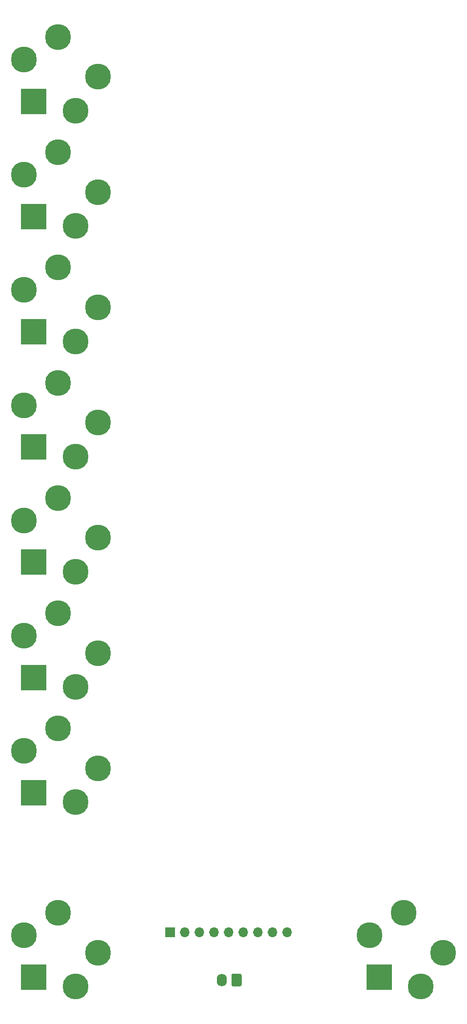
<source format=gbr>
%TF.GenerationSoftware,KiCad,Pcbnew,5.1.10-88a1d61d58~90~ubuntu20.04.1*%
%TF.CreationDate,2021-08-12T10:43:50-04:00*%
%TF.ProjectId,waveshaper,77617665-7368-4617-9065-722e6b696361,rev?*%
%TF.SameCoordinates,Original*%
%TF.FileFunction,Soldermask,Top*%
%TF.FilePolarity,Negative*%
%FSLAX46Y46*%
G04 Gerber Fmt 4.6, Leading zero omitted, Abs format (unit mm)*
G04 Created by KiCad (PCBNEW 5.1.10-88a1d61d58~90~ubuntu20.04.1) date 2021-08-12 10:43:50*
%MOMM*%
%LPD*%
G01*
G04 APERTURE LIST*
%ADD10C,4.500001*%
%ADD11C,4.500000*%
%ADD12R,4.500001X4.500001*%
%ADD13O,1.700000X1.700000*%
%ADD14R,1.700000X1.700000*%
%ADD15O,1.740000X2.200000*%
G04 APERTURE END LIST*
D10*
%TO.C,J15*%
X213500000Y-115400000D03*
D11*
X204600000Y-106500000D03*
D10*
X217400000Y-109500000D03*
D12*
X206260000Y-113740000D03*
D11*
X210500000Y-102600000D03*
%TD*%
D13*
%TO.C,J7*%
X250320000Y-178000000D03*
X247780000Y-178000000D03*
X245240000Y-178000000D03*
X242700000Y-178000000D03*
X240160000Y-178000000D03*
X237620000Y-178000000D03*
X235080000Y-178000000D03*
X232540000Y-178000000D03*
D14*
X230000000Y-178000000D03*
%TD*%
D15*
%TO.C,J4*%
X238960000Y-186250000D03*
G36*
G01*
X242370000Y-185399999D02*
X242370000Y-187100001D01*
G75*
G02*
X242120001Y-187350000I-249999J0D01*
G01*
X240879999Y-187350000D01*
G75*
G02*
X240630000Y-187100001I0J249999D01*
G01*
X240630000Y-185399999D01*
G75*
G02*
X240879999Y-185150000I249999J0D01*
G01*
X242120001Y-185150000D01*
G75*
G02*
X242370000Y-185399999I0J-249999D01*
G01*
G37*
%TD*%
D10*
%TO.C,J12*%
X213500000Y-75400000D03*
D11*
X204600000Y-66500000D03*
D10*
X217400000Y-69500000D03*
D12*
X206260000Y-73740000D03*
D11*
X210500000Y-62600000D03*
%TD*%
D10*
%TO.C,J10*%
X213500000Y-55400000D03*
D11*
X204600000Y-46500000D03*
D10*
X217400000Y-49500000D03*
D12*
X206260000Y-53740000D03*
D11*
X210500000Y-42600000D03*
%TD*%
D10*
%TO.C,J6*%
X213500000Y-35400000D03*
D11*
X204600000Y-26500000D03*
D10*
X217400000Y-29500000D03*
D12*
X206260000Y-33740000D03*
D11*
X210500000Y-22600000D03*
%TD*%
D10*
%TO.C,J3*%
X273500000Y-187400000D03*
D11*
X264600000Y-178500000D03*
D10*
X277400000Y-181500000D03*
D12*
X266260000Y-185740000D03*
D11*
X270500000Y-174600000D03*
%TD*%
D10*
%TO.C,J2*%
X213500000Y-187400000D03*
D11*
X204600000Y-178500000D03*
D10*
X217400000Y-181500000D03*
D12*
X206260000Y-185740000D03*
D11*
X210500000Y-174600000D03*
%TD*%
D10*
%TO.C,J16*%
X213500000Y-135400000D03*
D11*
X204600000Y-126500000D03*
D10*
X217400000Y-129500000D03*
D12*
X206260000Y-133740000D03*
D11*
X210500000Y-122600000D03*
%TD*%
D10*
%TO.C,J17*%
X213500000Y-155400000D03*
D11*
X204600000Y-146500000D03*
D10*
X217400000Y-149500000D03*
D12*
X206260000Y-153740000D03*
D11*
X210500000Y-142600000D03*
%TD*%
D10*
%TO.C,J14*%
X213500000Y-95400000D03*
D11*
X204600000Y-86500000D03*
D10*
X217400000Y-89500000D03*
D12*
X206260000Y-93740000D03*
D11*
X210500000Y-82600000D03*
%TD*%
M02*

</source>
